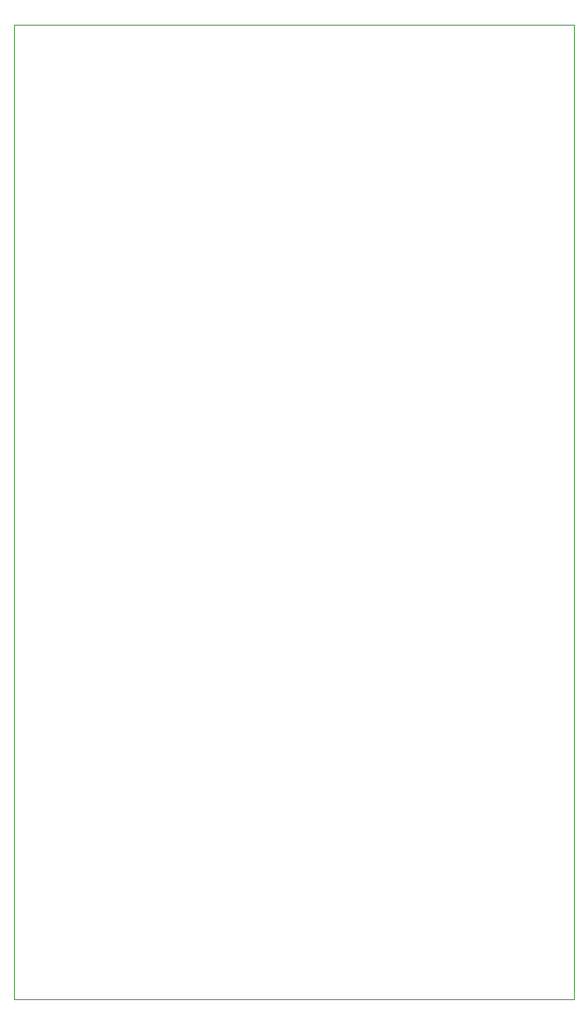
<source format=gm1>
G04 #@! TF.GenerationSoftware,KiCad,Pcbnew,9.0.1*
G04 #@! TF.CreationDate,2025-04-17T02:19:35-07:00*
G04 #@! TF.ProjectId,EE 447,45452034-3437-42e6-9b69-6361645f7063,rev?*
G04 #@! TF.SameCoordinates,Original*
G04 #@! TF.FileFunction,Profile,NP*
%FSLAX46Y46*%
G04 Gerber Fmt 4.6, Leading zero omitted, Abs format (unit mm)*
G04 Created by KiCad (PCBNEW 9.0.1) date 2025-04-17 02:19:35*
%MOMM*%
%LPD*%
G01*
G04 APERTURE LIST*
G04 #@! TA.AperFunction,Profile*
%ADD10C,0.050000*%
G04 #@! TD*
G04 APERTURE END LIST*
D10*
X185600000Y-103400000D02*
X243040000Y-103400000D01*
X243040000Y-203400000D01*
X185600000Y-203400000D01*
X185600000Y-103400000D01*
M02*

</source>
